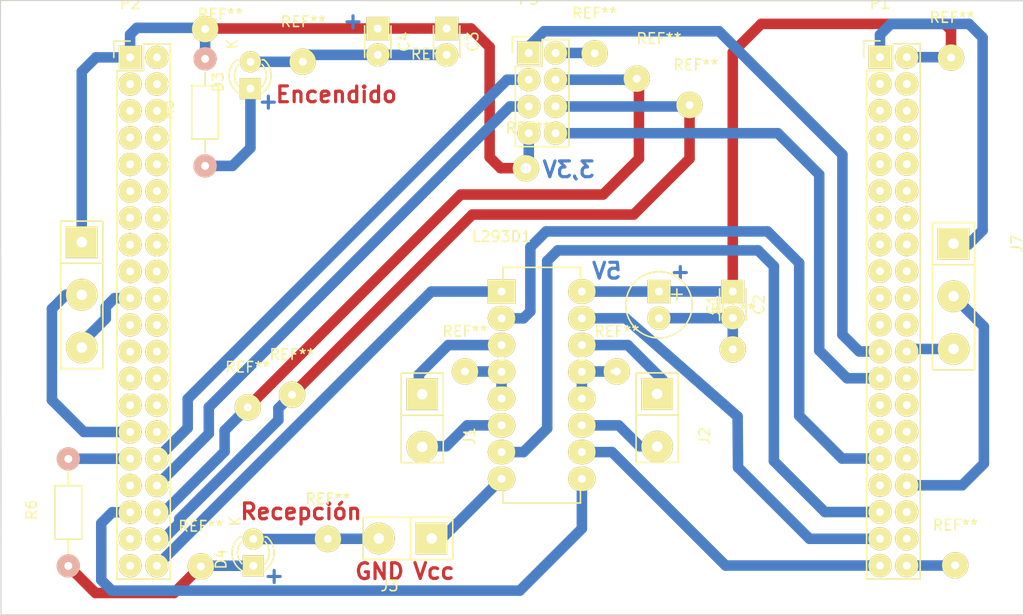
<source format=kicad_pcb>
(kicad_pcb (version 20171130) (host pcbnew "(5.1.12)-1")

  (general
    (thickness 1.6)
    (drawings 16)
    (tracks 193)
    (zones 0)
    (modules 34)
    (nets 60)
  )

  (page A4)
  (title_block
    (title "Poncho de control de motores por Wi-Fi")
    (date 2016-02-16)
    (rev 1.1)
    (company "UNLP - Cátedra de Taller de Proyecto 1 - Grupo 1: Ailán, Bouche, Hourquebie, Liotta")
    (comment 1 "Poncho para Computadora Industrial Abierta Argentina Versión Educativa EDU-CIAA-NXP")
    (comment 2 "Licencia: https://github.com/ciaa/Hardware/tree/master/Readme (LICENSE)")
  )

  (layers
    (0 F.Cu power)
    (31 B.Cu signal)
    (32 B.Adhes user hide)
    (33 F.Adhes user hide)
    (34 B.Paste user hide)
    (35 F.Paste user hide)
    (36 B.SilkS user hide)
    (37 F.SilkS user hide)
    (38 B.Mask user hide)
    (39 F.Mask user hide)
    (40 Dwgs.User user hide)
    (41 Cmts.User user hide)
    (42 Eco1.User user hide)
    (43 Eco2.User user hide)
    (44 Edge.Cuts user)
    (45 Margin user hide)
    (46 B.CrtYd user hide)
    (47 F.CrtYd user hide)
    (48 B.Fab user hide)
    (49 F.Fab user hide)
  )

  (setup
    (last_trace_width 1)
    (trace_clearance 0.25)
    (zone_clearance 0.508)
    (zone_45_only yes)
    (trace_min 0.2)
    (via_size 0.6)
    (via_drill 0.4)
    (via_min_size 0.5)
    (via_min_drill 0.3)
    (uvia_size 0.3)
    (uvia_drill 0.1)
    (uvias_allowed no)
    (uvia_min_size 0.2)
    (uvia_min_drill 0.1)
    (edge_width 0.1)
    (segment_width 0.2)
    (pcb_text_width 0.3)
    (pcb_text_size 1.5 1.5)
    (mod_edge_width 0.15)
    (mod_text_size 1 1)
    (mod_text_width 0.15)
    (pad_size 2.5 2.5)
    (pad_drill 0.75)
    (pad_to_mask_clearance 0)
    (aux_axis_origin 0 0)
    (visible_elements 7FFFFFFF)
    (pcbplotparams
      (layerselection 0x00000_80000000)
      (usegerberextensions false)
      (usegerberattributes true)
      (usegerberadvancedattributes true)
      (creategerberjobfile true)
      (excludeedgelayer true)
      (linewidth 0.100000)
      (plotframeref false)
      (viasonmask false)
      (mode 1)
      (useauxorigin false)
      (hpglpennumber 1)
      (hpglpenspeed 20)
      (hpglpendiameter 15.000000)
      (psnegative false)
      (psa4output false)
      (plotreference true)
      (plotvalue true)
      (plotinvisibletext false)
      (padsonsilk false)
      (subtractmaskfromsilk false)
      (outputformat 4)
      (mirror false)
      (drillshape 2)
      (scaleselection 1)
      (outputdirectory "/home/julian/Desktop/plot/"))
  )

  (net 0 "")
  (net 1 /GPIO1)
  (net 2 /TEC_COL1)
  (net 3 /ENG0_OUT0)
  (net 4 GND)
  (net 5 /ENG0_OUT1)
  (net 6 /TEC_F3)
  (net 7 /GPIO2)
  (net 8 /TEC_COL0)
  (net 9 /ENG1_OUT1)
  (net 10 /ENG1_OUT0)
  (net 11 /TEC_F2)
  (net 12 +5V)
  (net 13 +3V3)
  (net 14 /RESET)
  (net 15 /ISP)
  (net 16 /WAKEUP)
  (net 17 GNDA)
  (net 18 /ADC0_3)
  (net 19 /ADC0_2)
  (net 20 /ADC0_1)
  (net 21 /DAC)
  (net 22 /VDD_A)
  (net 23 /I2C_SDA)
  (net 24 /I2C_SCL)
  (net 25 /RS232_RXD)
  (net 26 /RS232_TXD)
  (net 27 /CAN_RD)
  (net 28 /CAN_TD)
  (net 29 /TEC_F0)
  (net 30 /TEC_COL2)
  (net 31 /TEC_F1)
  (net 32 /ENET_RXD1)
  (net 33 /ENET_TX_EN)
  (net 34 /ENET_MDC)
  (net 35 /ENET_RXD0)
  (net 36 /ENET_CRS_DV)
  (net 37 /ENET_MDIO)
  (net 38 /ENET_TXD0)
  (net 39 /ENET_REF_CLK)
  (net 40 /ENET_TXD1)
  (net 41 /SPI_MISO)
  (net 42 /SPI_SCK)
  (net 43 /SPI_MOSI)
  (net 44 /LCD4)
  (net 45 /LCD_EN)
  (net 46 /LCD_RS)
  (net 47 /LCD3)
  (net 48 /LCD2)
  (net 49 /GPIO0)
  (net 50 /LCD1)
  (net 51 /GPIO4)
  (net 52 /GPIO3)
  (net 53 /GPIO6)
  (net 54 /GPIO5)
  (net 55 /GPIO7)
  (net 56 /GPIO8)
  (net 57 /MOTOR_VCC)
  (net 58 "Net-(D3-Pad2)")
  (net 59 "Net-(D4-Pad2)")

  (net_class Default "This is the default net class."
    (clearance 0.25)
    (trace_width 1)
    (via_dia 0.6)
    (via_drill 0.4)
    (uvia_dia 0.3)
    (uvia_drill 0.1)
    (add_net +3V3)
    (add_net +5V)
    (add_net /ADC0_1)
    (add_net /ADC0_2)
    (add_net /ADC0_3)
    (add_net /CAN_RD)
    (add_net /CAN_TD)
    (add_net /DAC)
    (add_net /ENET_CRS_DV)
    (add_net /ENET_MDC)
    (add_net /ENET_MDIO)
    (add_net /ENET_REF_CLK)
    (add_net /ENET_RXD0)
    (add_net /ENET_RXD1)
    (add_net /ENET_TXD0)
    (add_net /ENET_TXD1)
    (add_net /ENET_TX_EN)
    (add_net /ENG0_OUT0)
    (add_net /ENG0_OUT1)
    (add_net /ENG1_OUT0)
    (add_net /ENG1_OUT1)
    (add_net /GPIO0)
    (add_net /GPIO1)
    (add_net /GPIO2)
    (add_net /GPIO3)
    (add_net /GPIO4)
    (add_net /GPIO5)
    (add_net /GPIO6)
    (add_net /GPIO7)
    (add_net /GPIO8)
    (add_net /I2C_SCL)
    (add_net /I2C_SDA)
    (add_net /ISP)
    (add_net /LCD1)
    (add_net /LCD2)
    (add_net /LCD3)
    (add_net /LCD4)
    (add_net /LCD_EN)
    (add_net /LCD_RS)
    (add_net /MOTOR_VCC)
    (add_net /RESET)
    (add_net /RS232_RXD)
    (add_net /RS232_TXD)
    (add_net /SPI_MISO)
    (add_net /SPI_MOSI)
    (add_net /SPI_SCK)
    (add_net /TEC_COL0)
    (add_net /TEC_COL1)
    (add_net /TEC_COL2)
    (add_net /TEC_F0)
    (add_net /TEC_F1)
    (add_net /TEC_F2)
    (add_net /TEC_F3)
    (add_net /VDD_A)
    (add_net /WAKEUP)
    (add_net GND)
    (add_net GNDA)
    (add_net "Net-(D3-Pad2)")
    (add_net "Net-(D4-Pad2)")
  )

  (module Capacitors_ThroughHole:C_Disc_D3_P2.5 (layer F.Cu) (tedit 5696D6FF) (tstamp 5696D6FB)
    (at 131.83 61.24 270)
    (descr "Capacitor 3mm Disc, Pitch 2.5mm")
    (tags Capacitor)
    (path /5696F87E)
    (fp_text reference C4 (at 1.25 -2.5 270) (layer F.SilkS)
      (effects (font (size 1 1) (thickness 0.15)))
    )
    (fp_text value C (at 1.25 2.5 270) (layer F.Fab)
      (effects (font (size 1 1) (thickness 0.15)))
    )
    (fp_line (start 2.75 1.25) (end -0.25 1.25) (layer F.SilkS) (width 0.15))
    (fp_line (start -0.25 -1.25) (end 2.75 -1.25) (layer F.SilkS) (width 0.15))
    (fp_line (start -0.9 1.5) (end -0.9 -1.5) (layer F.CrtYd) (width 0.05))
    (fp_line (start 3.4 1.5) (end -0.9 1.5) (layer F.CrtYd) (width 0.05))
    (fp_line (start 3.4 -1.5) (end 3.4 1.5) (layer F.CrtYd) (width 0.05))
    (fp_line (start -0.9 -1.5) (end 3.4 -1.5) (layer F.CrtYd) (width 0.05))
    (pad 1 thru_hole rect (at 0 0 270) (size 2.2 2.2) (drill 0.75) (layers *.Cu *.Mask F.SilkS)
      (net 13 +3V3))
    (pad 2 thru_hole circle (at 2.5 0 270) (size 2.2 2.2) (drill 0.75) (layers *.Cu *.Mask F.SilkS)
      (net 4 GND))
    (model Capacitors_ThroughHole.3dshapes/C_Disc_D3_P2.5.wrl
      (offset (xyz 1.25001018122673 0 0))
      (scale (xyz 1 1 1))
      (rotate (xyz 0 0 0))
    )
  )

  (module Housings_DIP:DIP-16_W7.62mm_LongPads (layer F.Cu) (tedit 565F8810) (tstamp 56132089)
    (at 143.568 86.21)
    (descr "16-lead dip package, row spacing 7.62 mm (300 mils), longer pads")
    (tags "dil dip 2.54 300")
    (path /560AA651)
    (fp_text reference L293D1 (at 0 -5.22) (layer F.SilkS)
      (effects (font (size 1 1) (thickness 0.15)))
    )
    (fp_text value L293D (at 0 -3.72) (layer F.Fab)
      (effects (font (size 1 1) (thickness 0.15)))
    )
    (fp_line (start 0.135 -1.025) (end -1.15 -1.025) (layer F.SilkS) (width 0.15))
    (fp_line (start 0.135 20.075) (end 7.485 20.075) (layer F.SilkS) (width 0.15))
    (fp_line (start 0.135 -2.295) (end 7.485 -2.295) (layer F.SilkS) (width 0.15))
    (fp_line (start 0.135 20.075) (end 0.135 18.805) (layer F.SilkS) (width 0.15))
    (fp_line (start 7.485 20.075) (end 7.485 18.805) (layer F.SilkS) (width 0.15))
    (fp_line (start 7.485 -2.295) (end 7.485 -1.025) (layer F.SilkS) (width 0.15))
    (fp_line (start 0.135 -2.295) (end 0.135 -1.025) (layer F.SilkS) (width 0.15))
    (fp_line (start -1.4 20.25) (end 9 20.25) (layer F.CrtYd) (width 0.05))
    (fp_line (start -1.4 -2.45) (end 9 -2.45) (layer F.CrtYd) (width 0.05))
    (fp_line (start 9 -2.45) (end 9 20.25) (layer F.CrtYd) (width 0.05))
    (fp_line (start -1.4 -2.45) (end -1.4 20.25) (layer F.CrtYd) (width 0.05))
    (pad 1 thru_hole rect (at 0 0) (size 2.6 2.3) (drill 0.75) (layers *.Cu *.Mask F.SilkS)
      (net 56 /GPIO8))
    (pad 2 thru_hole oval (at 0 2.54) (size 2.6 2.3) (drill 0.75) (layers *.Cu *.Mask F.SilkS)
      (net 2 /TEC_COL1))
    (pad 3 thru_hole oval (at 0 5.08) (size 2.6 2.3) (drill 0.75) (layers *.Cu *.Mask F.SilkS)
      (net 3 /ENG0_OUT0))
    (pad 4 thru_hole oval (at 0 7.62) (size 2.6 2.3) (drill 0.75) (layers *.Cu *.Mask F.SilkS)
      (net 4 GND))
    (pad 5 thru_hole oval (at 0 10.16) (size 2.6 2.3) (drill 0.75) (layers *.Cu *.Mask F.SilkS)
      (net 4 GND))
    (pad 6 thru_hole oval (at 0 12.7) (size 2.6 2.3) (drill 0.75) (layers *.Cu *.Mask F.SilkS)
      (net 5 /ENG0_OUT1))
    (pad 7 thru_hole oval (at 0 15.24) (size 2.6 2.3) (drill 0.75) (layers *.Cu *.Mask F.SilkS)
      (net 6 /TEC_F3))
    (pad 8 thru_hole oval (at 0 17.78) (size 2.6 2.3) (drill 0.75) (layers *.Cu *.Mask F.SilkS)
      (net 57 /MOTOR_VCC))
    (pad 9 thru_hole oval (at 7.62 17.78) (size 2.6 2.3) (drill 0.75) (layers *.Cu *.Mask F.SilkS)
      (net 53 /GPIO6))
    (pad 10 thru_hole oval (at 7.62 15.24) (size 2.6 2.3) (drill 0.75) (layers *.Cu *.Mask F.SilkS)
      (net 8 /TEC_COL0))
    (pad 11 thru_hole oval (at 7.62 12.7) (size 2.6 2.3) (drill 0.75) (layers *.Cu *.Mask F.SilkS)
      (net 9 /ENG1_OUT1))
    (pad 12 thru_hole oval (at 7.62 10.16) (size 2.6 2.3) (drill 0.75) (layers *.Cu *.Mask F.SilkS)
      (net 4 GND))
    (pad 13 thru_hole oval (at 7.62 7.62) (size 2.6 2.3) (drill 0.75) (layers *.Cu *.Mask F.SilkS)
      (net 4 GND))
    (pad 14 thru_hole oval (at 7.62 5.08) (size 2.6 2.3) (drill 0.75) (layers *.Cu *.Mask F.SilkS)
      (net 10 /ENG1_OUT0))
    (pad 15 thru_hole oval (at 7.62 2.54) (size 2.6 2.3) (drill 0.75) (layers *.Cu *.Mask F.SilkS)
      (net 11 /TEC_F2))
    (pad 16 thru_hole oval (at 7.62 0) (size 2.6 2.3) (drill 0.75) (layers *.Cu *.Mask F.SilkS)
      (net 12 +5V))
    (model Housings_DIP.3dshapes/DIP-16_W7.62mm_LongPads.wrl
      (at (xyz 0 0 0))
      (scale (xyz 1 1 1))
      (rotate (xyz 0 0 0))
    )
  )

  (module Pin_Headers:Pin_Header_Straight_2x20 (layer F.Cu) (tedit 565F8792) (tstamp 561320C1)
    (at 179.465 63.96)
    (descr "Through hole pin header")
    (tags "pin header")
    (path /5398AC24)
    (fp_text reference P1 (at 0 -5.1) (layer F.SilkS)
      (effects (font (size 1 1) (thickness 0.15)))
    )
    (fp_text value CONN_20X2 (at 0 -3.1) (layer F.Fab)
      (effects (font (size 1 1) (thickness 0.15)))
    )
    (fp_line (start -1.55 -1.55) (end -1.55 0) (layer F.SilkS) (width 0.15))
    (fp_line (start 1.27 1.27) (end -1.27 1.27) (layer F.SilkS) (width 0.15))
    (fp_line (start 1.27 -1.27) (end 1.27 1.27) (layer F.SilkS) (width 0.15))
    (fp_line (start 0 -1.55) (end -1.55 -1.55) (layer F.SilkS) (width 0.15))
    (fp_line (start 3.81 -1.27) (end 1.27 -1.27) (layer F.SilkS) (width 0.15))
    (fp_line (start 3.81 49.53) (end -1.27 49.53) (layer F.SilkS) (width 0.15))
    (fp_line (start -1.27 1.27) (end -1.27 49.53) (layer F.SilkS) (width 0.15))
    (fp_line (start 3.81 49.53) (end 3.81 -1.27) (layer F.SilkS) (width 0.15))
    (fp_line (start -1.75 50.05) (end 4.3 50.05) (layer F.CrtYd) (width 0.05))
    (fp_line (start -1.75 -1.75) (end 4.3 -1.75) (layer F.CrtYd) (width 0.05))
    (fp_line (start 4.3 -1.75) (end 4.3 50.05) (layer F.CrtYd) (width 0.05))
    (fp_line (start -1.75 -1.75) (end -1.75 50.05) (layer F.CrtYd) (width 0.05))
    (pad 1 thru_hole rect (at 0 0) (size 2.2 2.2) (drill 0.75) (layers *.Cu *.Mask F.SilkS)
      (net 13 +3V3))
    (pad 2 thru_hole circle (at 2.54 0) (size 2.2 2.2) (drill 0.75) (layers *.Cu *.Mask F.SilkS)
      (net 12 +5V))
    (pad 3 thru_hole circle (at 0 2.54) (size 2.2 2.2) (drill 0.75) (layers *.Cu *.Mask F.SilkS)
      (net 14 /RESET))
    (pad 4 thru_hole circle (at 2.54 2.54) (size 2.2 2.2) (drill 0.75) (layers *.Cu *.Mask F.SilkS)
      (net 4 GND))
    (pad 5 thru_hole circle (at 0 5.08) (size 2.2 2.2) (drill 0.75) (layers *.Cu *.Mask F.SilkS)
      (net 15 /ISP))
    (pad 6 thru_hole circle (at 2.54 5.08) (size 2.2 2.2) (drill 0.75) (layers *.Cu *.Mask F.SilkS)
      (net 16 /WAKEUP))
    (pad 7 thru_hole circle (at 0 7.62) (size 2.2 2.2) (drill 0.75) (layers *.Cu *.Mask F.SilkS)
      (net 17 GNDA))
    (pad 8 thru_hole circle (at 2.54 7.62) (size 2.2 2.2) (drill 0.75) (layers *.Cu *.Mask F.SilkS)
      (net 17 GNDA))
    (pad 9 thru_hole circle (at 0 10.16) (size 2.2 2.2) (drill 0.75) (layers *.Cu *.Mask F.SilkS)
      (net 18 /ADC0_3))
    (pad 10 thru_hole circle (at 2.54 10.16) (size 2.2 2.2) (drill 0.75) (layers *.Cu *.Mask F.SilkS)
      (net 17 GNDA))
    (pad 11 thru_hole circle (at 0 12.7) (size 2.2 2.2) (drill 0.75) (layers *.Cu *.Mask F.SilkS)
      (net 19 /ADC0_2))
    (pad 12 thru_hole circle (at 2.54 12.7) (size 2.2 2.2) (drill 0.75) (layers *.Cu *.Mask F.SilkS)
      (net 17 GNDA))
    (pad 13 thru_hole circle (at 0 15.24) (size 2.2 2.2) (drill 0.75) (layers *.Cu *.Mask F.SilkS)
      (net 20 /ADC0_1))
    (pad 14 thru_hole circle (at 2.54 15.24) (size 2.2 2.2) (drill 0.75) (layers *.Cu *.Mask F.SilkS)
      (net 17 GNDA))
    (pad 15 thru_hole circle (at 0 17.78) (size 2.2 2.2) (drill 0.75) (layers *.Cu *.Mask F.SilkS)
      (net 21 /DAC))
    (pad 16 thru_hole circle (at 2.54 17.78) (size 2.2 2.2) (drill 0.75) (layers *.Cu *.Mask F.SilkS)
      (net 17 GNDA))
    (pad 17 thru_hole circle (at 0 20.32) (size 2.2 2.2) (drill 0.75) (layers *.Cu *.Mask F.SilkS)
      (net 22 /VDD_A))
    (pad 18 thru_hole circle (at 2.54 20.32) (size 2.2 2.2) (drill 0.75) (layers *.Cu *.Mask F.SilkS)
      (net 17 GNDA))
    (pad 19 thru_hole circle (at 0 22.86) (size 2.2 2.2) (drill 0.75) (layers *.Cu *.Mask F.SilkS)
      (net 23 /I2C_SDA))
    (pad 20 thru_hole circle (at 2.54 22.86) (size 2.2 2.2) (drill 0.75) (layers *.Cu *.Mask F.SilkS)
      (net 4 GND))
    (pad 21 thru_hole circle (at 0 25.4) (size 2.2 2.2) (drill 0.75) (layers *.Cu *.Mask F.SilkS)
      (net 24 /I2C_SCL))
    (pad 22 thru_hole circle (at 2.54 25.4) (size 2.2 2.2) (drill 0.75) (layers *.Cu *.Mask F.SilkS)
      (net 4 GND))
    (pad 23 thru_hole circle (at 0 27.94) (size 2.2 2.2) (drill 0.75) (layers *.Cu *.Mask F.SilkS)
      (net 25 /RS232_RXD))
    (pad 24 thru_hole circle (at 2.54 27.94) (size 2.2 2.2) (drill 0.75) (layers *.Cu *.Mask F.SilkS)
      (net 4 GND))
    (pad 25 thru_hole circle (at 0 30.48) (size 2.2 2.2) (drill 0.75) (layers *.Cu *.Mask F.SilkS)
      (net 26 /RS232_TXD))
    (pad 26 thru_hole circle (at 2.54 30.48) (size 2.2 2.2) (drill 0.75) (layers *.Cu *.Mask F.SilkS)
      (net 4 GND))
    (pad 27 thru_hole circle (at 0 33.02) (size 2.2 2.2) (drill 0.75) (layers *.Cu *.Mask F.SilkS)
      (net 27 /CAN_RD))
    (pad 28 thru_hole circle (at 2.54 33.02) (size 2.2 2.2) (drill 0.75) (layers *.Cu *.Mask F.SilkS)
      (net 4 GND))
    (pad 29 thru_hole circle (at 0 35.56) (size 2.2 2.2) (drill 0.75) (layers *.Cu *.Mask F.SilkS)
      (net 28 /CAN_TD))
    (pad 30 thru_hole circle (at 2.54 35.56) (size 2.2 2.2) (drill 0.75) (layers *.Cu *.Mask F.SilkS)
      (net 4 GND))
    (pad 31 thru_hole circle (at 0 38.1) (size 2.2 2.2) (drill 0.75) (layers *.Cu *.Mask F.SilkS)
      (net 2 /TEC_COL1))
    (pad 32 thru_hole circle (at 2.54 38.1) (size 2.2 2.2) (drill 0.75) (layers *.Cu *.Mask F.SilkS)
      (net 4 GND))
    (pad 33 thru_hole circle (at 0 40.64) (size 2.2 2.2) (drill 0.75) (layers *.Cu *.Mask F.SilkS)
      (net 29 /TEC_F0))
    (pad 34 thru_hole circle (at 2.54 40.64) (size 2.2 2.2) (drill 0.75) (layers *.Cu *.Mask F.SilkS)
      (net 30 /TEC_COL2))
    (pad 35 thru_hole circle (at 0 43.18) (size 2.2 2.2) (drill 0.75) (layers *.Cu *.Mask F.SilkS)
      (net 6 /TEC_F3))
    (pad 36 thru_hole circle (at 2.54 43.18) (size 2.2 2.2) (drill 0.75) (layers *.Cu *.Mask F.SilkS)
      (net 31 /TEC_F1))
    (pad 37 thru_hole circle (at 0 45.72) (size 2.2 2.2) (drill 0.75) (layers *.Cu *.Mask F.SilkS)
      (net 11 /TEC_F2))
    (pad 38 thru_hole circle (at 2.54 45.72) (size 2.2 2.2) (drill 0.75) (layers *.Cu *.Mask F.SilkS)
      (net 4 GND))
    (pad 39 thru_hole circle (at 0 48.26) (size 2.2 2.2) (drill 0.75) (layers *.Cu *.Mask F.SilkS)
      (net 8 /TEC_COL0))
    (pad 40 thru_hole circle (at 2.54 48.26) (size 2.2 2.2) (drill 0.75) (layers *.Cu *.Mask F.SilkS)
      (net 4 GND))
    (model Pin_Headers.3dshapes/Pin_Header_Straight_2x20.wrl
      (offset (xyz 1.269999980926514 -24.12999963760376 0))
      (scale (xyz 1 1 1))
      (rotate (xyz 0 0 90))
    )
  )

  (module Pin_Headers:Pin_Header_Straight_2x20 (layer F.Cu) (tedit 565F87AA) (tstamp 561320F9)
    (at 108.337 63.98)
    (descr "Through hole pin header")
    (tags "pin header")
    (path /5398AC33)
    (fp_text reference P2 (at 0 -5.1) (layer F.SilkS)
      (effects (font (size 1 1) (thickness 0.15)))
    )
    (fp_text value CONN_20X2 (at 0 -3.1) (layer F.Fab)
      (effects (font (size 1 1) (thickness 0.15)))
    )
    (fp_line (start -1.55 -1.55) (end -1.55 0) (layer F.SilkS) (width 0.15))
    (fp_line (start 1.27 1.27) (end -1.27 1.27) (layer F.SilkS) (width 0.15))
    (fp_line (start 1.27 -1.27) (end 1.27 1.27) (layer F.SilkS) (width 0.15))
    (fp_line (start 0 -1.55) (end -1.55 -1.55) (layer F.SilkS) (width 0.15))
    (fp_line (start 3.81 -1.27) (end 1.27 -1.27) (layer F.SilkS) (width 0.15))
    (fp_line (start 3.81 49.53) (end -1.27 49.53) (layer F.SilkS) (width 0.15))
    (fp_line (start -1.27 1.27) (end -1.27 49.53) (layer F.SilkS) (width 0.15))
    (fp_line (start 3.81 49.53) (end 3.81 -1.27) (layer F.SilkS) (width 0.15))
    (fp_line (start -1.75 50.05) (end 4.3 50.05) (layer F.CrtYd) (width 0.05))
    (fp_line (start -1.75 -1.75) (end 4.3 -1.75) (layer F.CrtYd) (width 0.05))
    (fp_line (start 4.3 -1.75) (end 4.3 50.05) (layer F.CrtYd) (width 0.05))
    (fp_line (start -1.75 -1.75) (end -1.75 50.05) (layer F.CrtYd) (width 0.05))
    (pad 1 thru_hole rect (at 0 0) (size 2.2 2.2) (drill 0.75) (layers *.Cu *.Mask F.SilkS)
      (net 13 +3V3))
    (pad 2 thru_hole circle (at 2.54 0) (size 2.2 2.2) (drill 0.75) (layers *.Cu *.Mask F.SilkS)
      (net 12 +5V))
    (pad 3 thru_hole circle (at 0 2.54) (size 2.2 2.2) (drill 0.75) (layers *.Cu *.Mask F.SilkS)
      (net 4 GND))
    (pad 4 thru_hole circle (at 2.54 2.54) (size 2.2 2.2) (drill 0.75) (layers *.Cu *.Mask F.SilkS)
      (net 32 /ENET_RXD1))
    (pad 5 thru_hole circle (at 0 5.08) (size 2.2 2.2) (drill 0.75) (layers *.Cu *.Mask F.SilkS)
      (net 4 GND))
    (pad 6 thru_hole circle (at 2.54 5.08) (size 2.2 2.2) (drill 0.75) (layers *.Cu *.Mask F.SilkS)
      (net 33 /ENET_TX_EN))
    (pad 7 thru_hole circle (at 0 7.62) (size 2.2 2.2) (drill 0.75) (layers *.Cu *.Mask F.SilkS)
      (net 4 GND))
    (pad 8 thru_hole circle (at 2.54 7.62) (size 2.2 2.2) (drill 0.75) (layers *.Cu *.Mask F.SilkS)
      (net 34 /ENET_MDC))
    (pad 9 thru_hole circle (at 0 10.16) (size 2.2 2.2) (drill 0.75) (layers *.Cu *.Mask F.SilkS)
      (net 35 /ENET_RXD0))
    (pad 10 thru_hole circle (at 2.54 10.16) (size 2.2 2.2) (drill 0.75) (layers *.Cu *.Mask F.SilkS)
      (net 36 /ENET_CRS_DV))
    (pad 11 thru_hole circle (at 0 12.7) (size 2.2 2.2) (drill 0.75) (layers *.Cu *.Mask F.SilkS)
      (net 4 GND))
    (pad 12 thru_hole circle (at 2.54 12.7) (size 2.2 2.2) (drill 0.75) (layers *.Cu *.Mask F.SilkS)
      (net 37 /ENET_MDIO))
    (pad 13 thru_hole circle (at 0 15.24) (size 2.2 2.2) (drill 0.75) (layers *.Cu *.Mask F.SilkS)
      (net 4 GND))
    (pad 14 thru_hole circle (at 2.54 15.24) (size 2.2 2.2) (drill 0.75) (layers *.Cu *.Mask F.SilkS)
      (net 38 /ENET_TXD0))
    (pad 15 thru_hole circle (at 0 17.78) (size 2.2 2.2) (drill 0.75) (layers *.Cu *.Mask F.SilkS)
      (net 39 /ENET_REF_CLK))
    (pad 16 thru_hole circle (at 2.54 17.78) (size 2.2 2.2) (drill 0.75) (layers *.Cu *.Mask F.SilkS)
      (net 40 /ENET_TXD1))
    (pad 17 thru_hole circle (at 0 20.32) (size 2.2 2.2) (drill 0.75) (layers *.Cu *.Mask F.SilkS)
      (net 4 GND))
    (pad 18 thru_hole circle (at 2.521 20.32) (size 2.2 2.2) (drill 0.75) (layers *.Cu *.Mask F.SilkS)
      (net 41 /SPI_MISO))
    (pad 19 thru_hole circle (at 0 22.86) (size 2.2 2.2) (drill 0.75) (layers *.Cu *.Mask F.SilkS)
      (net 4 GND))
    (pad 20 thru_hole circle (at 2.538 22.92) (size 2.2 2.2) (drill 0.75) (layers *.Cu *.Mask F.SilkS)
      (net 42 /SPI_SCK))
    (pad 21 thru_hole circle (at 0 25.4) (size 2.2 2.2) (drill 0.75) (layers *.Cu *.Mask F.SilkS)
      (net 43 /SPI_MOSI))
    (pad 22 thru_hole circle (at 2.54 25.4) (size 2.2 2.2) (drill 0.75) (layers *.Cu *.Mask F.SilkS)
      (net 44 /LCD4))
    (pad 23 thru_hole circle (at 0 27.94) (size 2.2 2.2) (drill 0.75) (layers *.Cu *.Mask F.SilkS)
      (net 45 /LCD_EN))
    (pad 24 thru_hole circle (at 2.54 27.94) (size 2.2 2.2) (drill 0.75) (layers *.Cu *.Mask F.SilkS)
      (net 46 /LCD_RS))
    (pad 25 thru_hole circle (at 0 30.48) (size 2.2 2.2) (drill 0.75) (layers *.Cu *.Mask F.SilkS)
      (net 4 GND))
    (pad 26 thru_hole circle (at 2.54 30.48) (size 2.2 2.2) (drill 0.75) (layers *.Cu *.Mask F.SilkS)
      (net 47 /LCD3))
    (pad 27 thru_hole circle (at 0 33.02) (size 2.2 2.2) (drill 0.75) (layers *.Cu *.Mask F.SilkS)
      (net 4 GND))
    (pad 28 thru_hole circle (at 2.54 33.02) (size 2.2 2.2) (drill 0.75) (layers *.Cu *.Mask F.SilkS)
      (net 48 /LCD2))
    (pad 29 thru_hole circle (at 0 35.56) (size 2.2 2.2) (drill 0.75) (layers *.Cu *.Mask F.SilkS)
      (net 49 /GPIO0))
    (pad 30 thru_hole circle (at 2.54 35.56) (size 2.2 2.2) (drill 0.75) (layers *.Cu *.Mask F.SilkS)
      (net 50 /LCD1))
    (pad 31 thru_hole circle (at 0 38.1) (size 2.2 2.2) (drill 0.75) (layers *.Cu *.Mask F.SilkS)
      (net 7 /GPIO2))
    (pad 32 thru_hole circle (at 2.54 38.1) (size 2.2 2.2) (drill 0.75) (layers *.Cu *.Mask F.SilkS)
      (net 1 /GPIO1))
    (pad 33 thru_hole circle (at 0 40.64) (size 2.2 2.2) (drill 0.75) (layers *.Cu *.Mask F.SilkS)
      (net 51 /GPIO4))
    (pad 34 thru_hole circle (at 2.54 40.64) (size 2.2 2.2) (drill 0.75) (layers *.Cu *.Mask F.SilkS)
      (net 52 /GPIO3))
    (pad 35 thru_hole circle (at 0 43.18) (size 2.2 2.2) (drill 0.75) (layers *.Cu *.Mask F.SilkS)
      (net 53 /GPIO6))
    (pad 36 thru_hole circle (at 2.54 43.18) (size 2.2 2.2) (drill 0.75) (layers *.Cu *.Mask F.SilkS)
      (net 54 /GPIO5))
    (pad 37 thru_hole circle (at 0 45.72) (size 2.2 2.2) (drill 0.75) (layers *.Cu *.Mask F.SilkS)
      (net 4 GND))
    (pad 38 thru_hole circle (at 2.54 45.72) (size 2.2 2.2) (drill 0.75) (layers *.Cu *.Mask F.SilkS)
      (net 55 /GPIO7))
    (pad 39 thru_hole circle (at 0 48.26) (size 2.2 2.2) (drill 0.75) (layers *.Cu *.Mask F.SilkS)
      (net 4 GND))
    (pad 40 thru_hole circle (at 2.54 48.26) (size 2.2 2.2) (drill 0.75) (layers *.Cu *.Mask F.SilkS)
      (net 56 /GPIO8))
    (model Pin_Headers.3dshapes/Pin_Header_Straight_2x20.wrl
      (offset (xyz 1.269999980926514 -24.12999963760376 0))
      (scale (xyz 1 1 1))
      (rotate (xyz 0 0 90))
    )
  )

  (module Capacitors_Elko_ThroughHole:Elko_vert_11.2x6.3mm_RM2.5 (layer F.Cu) (tedit 565F8824) (tstamp 5616E83D)
    (at 158.5 86.2 270)
    (descr "Electrolytic Capacitor, vertical, diameter 6,3mm, RM 2,5mm, radial,")
    (tags "Electrolytic Capacitor, vertical, diameter 6,3mm, RM 2,5mm, Elko, Electrolytkondensator, Kondensator gepolt, Durchmesser 6,3mm, radial,")
    (path /5616E747)
    (fp_text reference C1 (at 1.27 -5.08 270) (layer F.SilkS)
      (effects (font (size 1 1) (thickness 0.15)))
    )
    (fp_text value CP (at 1.27 5.08 270) (layer F.Fab)
      (effects (font (size 1 1) (thickness 0.15)))
    )
    (fp_circle (center 1.27 0) (end 4.4196 0) (layer F.SilkS) (width 0.15))
    (fp_line (start 0.26924 -1.30048) (end 0.26924 -1.19888) (layer F.Cu) (width 0.15))
    (fp_line (start 0.26924 -1.69926) (end 0.26924 -1.30048) (layer F.Cu) (width 0.15))
    (fp_line (start -0.23114 -1.69926) (end 0.26924 -1.69926) (layer F.Cu) (width 0.15))
    (fp_line (start 0.26924 -1.69926) (end 0.26924 -2.19964) (layer F.Cu) (width 0.15))
    (fp_line (start 0.26924 -1.69926) (end 0.76962 -1.69926) (layer F.Cu) (width 0.15))
    (fp_line (start -0.23114 -1.69926) (end 0.76962 -1.69926) (layer F.SilkS) (width 0.15))
    (fp_line (start 0.26924 -2.19964) (end 0.26924 -1.19888) (layer F.SilkS) (width 0.15))
    (pad 2 thru_hole circle (at 2.54 0 270) (size 2.2 2.2) (drill 0.75) (layers *.Cu *.Mask F.SilkS)
      (net 4 GND))
    (pad 1 thru_hole rect (at 0 0 270) (size 2.2 2.2) (drill 0.75) (layers *.Cu *.Mask F.SilkS)
      (net 12 +5V))
    (model Capacitors_Elko_ThroughHole.3dshapes/Elko_vert_11.2x6.3mm_RM2.5.wrl
      (at (xyz 0 0 0))
      (scale (xyz 1 1 1))
      (rotate (xyz 0 0 0))
    )
  )

  (module Capacitors_ThroughHole:C_Disc_D3_P2.5 (layer F.Cu) (tedit 565F8835) (tstamp 5616E843)
    (at 165.5 86.2 270)
    (descr "Capacitor 3mm Disc, Pitch 2.5mm")
    (tags Capacitor)
    (path /5616E701)
    (fp_text reference C2 (at 1.25 -2.5 270) (layer F.SilkS)
      (effects (font (size 1 1) (thickness 0.15)))
    )
    (fp_text value C (at 1.25 2.5 270) (layer F.Fab)
      (effects (font (size 1 1) (thickness 0.15)))
    )
    (fp_line (start 2.75 1.25) (end -0.25 1.25) (layer F.SilkS) (width 0.15))
    (fp_line (start -0.25 -1.25) (end 2.75 -1.25) (layer F.SilkS) (width 0.15))
    (fp_line (start -0.9 1.5) (end -0.9 -1.5) (layer F.CrtYd) (width 0.05))
    (fp_line (start 3.4 1.5) (end -0.9 1.5) (layer F.CrtYd) (width 0.05))
    (fp_line (start 3.4 -1.5) (end 3.4 1.5) (layer F.CrtYd) (width 0.05))
    (fp_line (start -0.9 -1.5) (end 3.4 -1.5) (layer F.CrtYd) (width 0.05))
    (pad 1 thru_hole rect (at 0 0 270) (size 2.2 2.2) (drill 0.75) (layers *.Cu *.Mask F.SilkS)
      (net 12 +5V))
    (pad 2 thru_hole circle (at 2.5 0 270) (size 2.2 2.2) (drill 0.75) (layers *.Cu *.Mask F.SilkS)
      (net 4 GND))
    (model Capacitors_ThroughHole.3dshapes/C_Disc_D3_P2.5.wrl
      (offset (xyz 1.250000021226883 0 0))
      (scale (xyz 1 1 1))
      (rotate (xyz 0 0 0))
    )
  )

  (module Wire_Pads:SolderWirePad_single_1mmDrill (layer F.Cu) (tedit 56412953) (tstamp 56294285)
    (at 154.31 93.91)
    (fp_text reference REF** (at 0 -3.81) (layer F.SilkS) hide
      (effects (font (size 1 1) (thickness 0.15)))
    )
    (fp_text value SolderWirePad_single_1mmDrill (at -1.905 3.175) (layer F.Fab) hide
      (effects (font (size 1 1) (thickness 0.15)))
    )
  )

  (module Pin_Headers:Pin_Header_Straight_2x04 (layer F.Cu) (tedit 565F884C) (tstamp 565CE28F)
    (at 146.15 63.56)
    (descr "Through hole pin header")
    (tags "pin header")
    (path /5613172D)
    (fp_text reference P3 (at 0 -5.1) (layer F.SilkS)
      (effects (font (size 1 1) (thickness 0.15)))
    )
    (fp_text value ESP8266 (at 0 -3.1) (layer F.Fab)
      (effects (font (size 1 1) (thickness 0.15)))
    )
    (fp_line (start -1.55 -1.55) (end -1.55 0) (layer F.SilkS) (width 0.15))
    (fp_line (start 1.27 1.27) (end -1.27 1.27) (layer F.SilkS) (width 0.15))
    (fp_line (start 1.27 -1.27) (end 1.27 1.27) (layer F.SilkS) (width 0.15))
    (fp_line (start 0 -1.55) (end -1.55 -1.55) (layer F.SilkS) (width 0.15))
    (fp_line (start 3.81 -1.27) (end 1.27 -1.27) (layer F.SilkS) (width 0.15))
    (fp_line (start 3.81 8.89) (end 3.81 -1.27) (layer F.SilkS) (width 0.15))
    (fp_line (start -1.27 8.89) (end 3.81 8.89) (layer F.SilkS) (width 0.15))
    (fp_line (start -1.27 1.27) (end -1.27 8.89) (layer F.SilkS) (width 0.15))
    (fp_line (start -1.75 9.4) (end 4.3 9.4) (layer F.CrtYd) (width 0.05))
    (fp_line (start -1.75 -1.75) (end 4.3 -1.75) (layer F.CrtYd) (width 0.05))
    (fp_line (start 4.3 -1.75) (end 4.3 9.4) (layer F.CrtYd) (width 0.05))
    (fp_line (start -1.75 -1.75) (end -1.75 9.4) (layer F.CrtYd) (width 0.05))
    (pad 1 thru_hole rect (at 0 0) (size 2.2 2.2) (drill 0.75) (layers *.Cu *.Mask F.SilkS)
      (net 25 /RS232_RXD))
    (pad 2 thru_hole circle (at 0 2.54) (size 2.2 2.2) (drill 0.75) (layers *.Cu *.Mask F.SilkS)
      (net 1 /GPIO1))
    (pad 3 thru_hole circle (at 0 5.08) (size 2.2 2.2) (drill 0.75) (layers *.Cu *.Mask F.SilkS)
      (net 52 /GPIO3))
    (pad 4 thru_hole circle (at 0 7.62) (size 2.2 2.2) (drill 0.75) (layers *.Cu *.Mask F.SilkS)
      (net 13 +3V3))
    (pad 5 thru_hole circle (at 2.54 7.62) (size 2.2 2.2) (drill 0.75) (layers *.Cu *.Mask F.SilkS)
      (net 26 /RS232_TXD))
    (pad 6 thru_hole circle (at 2.54 5.08) (size 2.2 2.2) (drill 0.75) (layers *.Cu *.Mask F.SilkS)
      (net 55 /GPIO7))
    (pad 7 thru_hole circle (at 2.54 2.54) (size 2.2 2.2) (drill 0.75) (layers *.Cu *.Mask F.SilkS)
      (net 54 /GPIO5))
    (pad 8 thru_hole circle (at 2.54 0) (size 2.2 2.2) (drill 0.75) (layers *.Cu *.Mask F.SilkS)
      (net 4 GND))
    (model Pin_Headers.3dshapes/Pin_Header_Straight_2x04.wrl
      (offset (xyz 1.269999980926514 -3.809999942779541 0))
      (scale (xyz 1 1 1))
      (rotate (xyz 0 0 90))
    )
  )

  (module Wire_Pads:SolderWirePad_single_1mmDrill (layer F.Cu) (tedit 5682A367) (tstamp 565F8442)
    (at 162 68.5)
    (fp_text reference REF** (at 0 -3.81) (layer F.SilkS)
      (effects (font (size 1 1) (thickness 0.15)))
    )
    (fp_text value SolderWirePad_single_1mmDrill (at -1.905 3.175) (layer F.Fab) hide
      (effects (font (size 1 1) (thickness 0.15)))
    )
    (pad 1 thru_hole circle (at -0.6 0) (size 2.49936 2.49936) (drill 0.75) (layers *.Cu *.Mask F.SilkS))
  )

  (module Wire_Pads:SolderWirePad_single_1mmDrill (layer F.Cu) (tedit 5682A2BE) (tstamp 565F844F)
    (at 158.5 66)
    (fp_text reference REF** (at 0 -3.81) (layer F.SilkS)
      (effects (font (size 1 1) (thickness 0.15)))
    )
    (fp_text value SolderWirePad_single_1mmDrill (at -1.905 3.175) (layer F.Fab) hide
      (effects (font (size 1 1) (thickness 0.15)))
    )
    (pad 1 thru_hole circle (at -2.1 0) (size 2.49936 2.49936) (drill 0.75) (layers *.Cu *.Mask F.SilkS))
  )

  (module Wire_Pads:SolderWirePad_single_1mmDrill (layer F.Cu) (tedit 565F8BE4) (tstamp 565F84C6)
    (at 152.4 63.6)
    (fp_text reference REF** (at 0 -3.81) (layer F.SilkS)
      (effects (font (size 1 1) (thickness 0.15)))
    )
    (fp_text value SolderWirePad_single_1mmDrill (at -1.905 3.175) (layer F.Fab) hide
      (effects (font (size 1 1) (thickness 0.15)))
    )
    (pad 1 thru_hole circle (at 0 0) (size 2.49936 2.49936) (drill 0.75) (layers *.Cu *.Mask F.SilkS)
      (net 4 GND))
  )

  (module Wire_Pads:SolderWirePad_single_1mmDrill (layer F.Cu) (tedit 565F8BD9) (tstamp 565F8518)
    (at 165.5 91.7)
    (fp_text reference REF** (at 0 -3.81) (layer F.SilkS)
      (effects (font (size 1 1) (thickness 0.15)))
    )
    (fp_text value SolderWirePad_single_1mmDrill (at -1.905 3.175) (layer F.Fab) hide
      (effects (font (size 1 1) (thickness 0.15)))
    )
    (pad 1 thru_hole circle (at 0 0) (size 2.49936 2.49936) (drill 0.75) (layers *.Cu *.Mask F.SilkS)
      (net 4 GND))
  )

  (module Wire_Pads:SolderWirePad_single_1mmDrill (layer F.Cu) (tedit 565F8BF7) (tstamp 565F8547)
    (at 154.5 93.8)
    (fp_text reference REF** (at 0 -3.81) (layer F.SilkS)
      (effects (font (size 1 1) (thickness 0.15)))
    )
    (fp_text value SolderWirePad_single_1mmDrill (at -1.905 3.175) (layer F.Fab) hide
      (effects (font (size 1 1) (thickness 0.15)))
    )
    (pad 1 thru_hole circle (at 0 0) (size 2.49936 2.49936) (drill 0.75) (layers *.Cu *.Mask F.SilkS)
      (net 4 GND))
  )

  (module Wire_Pads:SolderWirePad_single_1mmDrill (layer F.Cu) (tedit 565F8BF1) (tstamp 565F855F)
    (at 140.1 93.8)
    (fp_text reference REF** (at 0 -3.81) (layer F.SilkS)
      (effects (font (size 1 1) (thickness 0.15)))
    )
    (fp_text value SolderWirePad_single_1mmDrill (at -1.905 3.175) (layer F.Fab) hide
      (effects (font (size 1 1) (thickness 0.15)))
    )
    (pad 1 thru_hole circle (at 0 0) (size 2.49936 2.49936) (drill 0.75) (layers *.Cu *.Mask F.SilkS)
      (net 4 GND))
  )

  (module Wire_Pads:SolderWirePad_single_1mmDrill (layer F.Cu) (tedit 565F8BFE) (tstamp 565F857B)
    (at 127.1 109.7)
    (fp_text reference REF** (at 0 -3.81) (layer F.SilkS)
      (effects (font (size 1 1) (thickness 0.15)))
    )
    (fp_text value SolderWirePad_single_1mmDrill (at -1.905 3.175) (layer F.Fab) hide
      (effects (font (size 1 1) (thickness 0.15)))
    )
    (pad 1 thru_hole circle (at 0 0) (size 2.49936 2.49936) (drill 0.75) (layers *.Cu *.Mask F.SilkS)
      (net 4 GND))
  )

  (module Wire_Pads:SolderWirePad_single_1mmDrill (layer F.Cu) (tedit 565F8BC9) (tstamp 565F8591)
    (at 186.6 112.2)
    (fp_text reference REF** (at 0 -3.81) (layer F.SilkS)
      (effects (font (size 1 1) (thickness 0.15)))
    )
    (fp_text value SolderWirePad_single_1mmDrill (at -1.905 3.175) (layer F.Fab) hide
      (effects (font (size 1 1) (thickness 0.15)))
    )
    (pad 1 thru_hole circle (at 0 0) (size 2.49936 2.49936) (drill 0.75) (layers *.Cu *.Mask F.SilkS)
      (net 4 GND))
  )

  (module Wire_Pads:SolderWirePad_single_1mmDrill (layer F.Cu) (tedit 5696D5CF) (tstamp 565FB760)
    (at 146.1 74.5)
    (fp_text reference REF** (at 0 -3.81) (layer F.SilkS)
      (effects (font (size 1 1) (thickness 0.15)))
    )
    (fp_text value SolderWirePad_single_1mmDrill (at -1.905 3.175) (layer F.Fab) hide
      (effects (font (size 1 1) (thickness 0.15)))
    )
    (pad 1 thru_hole circle (at -0.22 0.01) (size 2.49936 2.49936) (drill 1.00076) (layers *.Cu *.Mask F.SilkS))
  )

  (module Wire_Pads:SolderWirePad_single_1mmDrill (layer F.Cu) (tedit 5696D743) (tstamp 5682A09E)
    (at 116.9 63.7)
    (fp_text reference REF** (at 0 -3.81) (layer F.SilkS)
      (effects (font (size 1 1) (thickness 0.15)))
    )
    (fp_text value SolderWirePad_single_1mmDrill (at -1.905 3.175) (layer F.Fab) hide
      (effects (font (size 1 1) (thickness 0.15)))
    )
    (pad 1 thru_hole circle (at -1.45 -2.41) (size 2.49936 2.49936) (drill 0.75) (layers *.Cu *.Mask F.SilkS))
  )

  (module Wire_Pads:SolderWirePad_single_1mmDrill (layer F.Cu) (tedit 5682A4FE) (tstamp 5682A19D)
    (at 186.3 64)
    (fp_text reference REF** (at 0 -3.81) (layer F.SilkS)
      (effects (font (size 1 1) (thickness 0.15)))
    )
    (fp_text value SolderWirePad_single_1mmDrill (at -1.905 3.175) (layer F.Fab) hide
      (effects (font (size 1 1) (thickness 0.15)))
    )
    (pad 1 thru_hole circle (at -0.1 0) (size 2.49936 2.49936) (drill 0.75) (layers *.Cu *.Mask F.SilkS))
  )

  (module Wire_Pads:SolderWirePad_single_1mmDrill (layer F.Cu) (tedit 5682A2E4) (tstamp 5682A2CA)
    (at 119.5 97.2)
    (fp_text reference REF** (at 0 -3.81) (layer F.SilkS)
      (effects (font (size 1 1) (thickness 0.15)))
    )
    (fp_text value SolderWirePad_single_1mmDrill (at -1.905 3.175) (layer F.Fab) hide
      (effects (font (size 1 1) (thickness 0.15)))
    )
    (pad 1 thru_hole circle (at 0 0) (size 2.49936 2.49936) (drill 0.75) (layers *.Cu *.Mask F.SilkS))
  )

  (module Wire_Pads:SolderWirePad_single_1mmDrill (layer F.Cu) (tedit 5682A38E) (tstamp 5682A371)
    (at 123.7 96)
    (fp_text reference REF** (at 0 -3.81) (layer F.SilkS)
      (effects (font (size 1 1) (thickness 0.15)))
    )
    (fp_text value SolderWirePad_single_1mmDrill (at -1.905 3.175) (layer F.Fab) hide
      (effects (font (size 1 1) (thickness 0.15)))
    )
    (pad 1 thru_hole circle (at 0 0) (size 2.49936 2.49936) (drill 0.75) (layers *.Cu *.Mask F.SilkS))
  )

  (module Resistors_ThroughHole:Resistor_Horizontal_RM10mm (layer F.Cu) (tedit 5682AF85) (tstamp 5682A7DB)
    (at 115.45 69.2 90)
    (descr "Resistor, Axial,  RM 10mm, 1/3W,")
    (tags "Resistor, Axial, RM 10mm, 1/3W,")
    (path /5682A717)
    (fp_text reference R5 (at 0.24892 -3.50012 90) (layer F.SilkS)
      (effects (font (size 1 1) (thickness 0.15)))
    )
    (fp_text value R (at 3.81 3.81 90) (layer F.Fab)
      (effects (font (size 1 1) (thickness 0.15)))
    )
    (fp_line (start 2.54 0) (end 3.81 0) (layer F.SilkS) (width 0.15))
    (fp_line (start -2.54 0) (end -3.81 0) (layer F.SilkS) (width 0.15))
    (fp_line (start -2.54 1.27) (end -2.54 -1.27) (layer F.SilkS) (width 0.15))
    (fp_line (start 2.54 1.27) (end -2.54 1.27) (layer F.SilkS) (width 0.15))
    (fp_line (start 2.54 -1.27) (end 2.54 1.27) (layer F.SilkS) (width 0.15))
    (fp_line (start -2.54 -1.27) (end 2.54 -1.27) (layer F.SilkS) (width 0.15))
    (pad 1 thru_hole circle (at -5.08 0 90) (size 2.2 2.2) (drill 0.75) (layers *.Cu *.SilkS *.Mask)
      (net 58 "Net-(D3-Pad2)"))
    (pad 2 thru_hole circle (at 5.08 0 90) (size 2.2 2.2) (drill 0.75) (layers *.Cu *.SilkS *.Mask)
      (net 13 +3V3))
    (model Resistors_ThroughHole.3dshapes/Resistor_Horizontal_RM10mm.wrl
      (at (xyz 0 0 0))
      (scale (xyz 0.4 0.4 0.4))
      (rotate (xyz 0 0 0))
    )
  )

  (module Resistors_ThroughHole:Resistor_Horizontal_RM10mm (layer F.Cu) (tedit 5682AFA5) (tstamp 5682A7E7)
    (at 102.475 107.175 90)
    (descr "Resistor, Axial,  RM 10mm, 1/3W,")
    (tags "Resistor, Axial, RM 10mm, 1/3W,")
    (path /5682A782)
    (fp_text reference R6 (at 0.24892 -3.50012 90) (layer F.SilkS)
      (effects (font (size 1 1) (thickness 0.15)))
    )
    (fp_text value R (at 3.81 3.81 90) (layer F.Fab)
      (effects (font (size 1 1) (thickness 0.15)))
    )
    (fp_line (start 2.54 0) (end 3.81 0) (layer F.SilkS) (width 0.15))
    (fp_line (start -2.54 0) (end -3.81 0) (layer F.SilkS) (width 0.15))
    (fp_line (start -2.54 1.27) (end -2.54 -1.27) (layer F.SilkS) (width 0.15))
    (fp_line (start 2.54 1.27) (end -2.54 1.27) (layer F.SilkS) (width 0.15))
    (fp_line (start 2.54 -1.27) (end 2.54 1.27) (layer F.SilkS) (width 0.15))
    (fp_line (start -2.54 -1.27) (end 2.54 -1.27) (layer F.SilkS) (width 0.15))
    (pad 1 thru_hole circle (at -5.08 0 90) (size 2.2 2.2) (drill 0.75) (layers *.Cu *.SilkS *.Mask)
      (net 59 "Net-(D4-Pad2)"))
    (pad 2 thru_hole circle (at 5.08 0 90) (size 2.2 2.2) (drill 0.75) (layers *.Cu *.SilkS *.Mask)
      (net 7 /GPIO2))
    (model Resistors_ThroughHole.3dshapes/Resistor_Horizontal_RM10mm.wrl
      (at (xyz 0 0 0))
      (scale (xyz 0.4 0.4 0.4))
      (rotate (xyz 0 0 0))
    )
  )

  (module LEDs:LED-3MM (layer F.Cu) (tedit 5682B04B) (tstamp 5682A89F)
    (at 119.75 64.4 270)
    (descr "LED 3mm round vertical")
    (tags "LED  3mm round vertical")
    (path /5682B8F2)
    (fp_text reference D3 (at 1.91 3.06 270) (layer F.SilkS)
      (effects (font (size 1 1) (thickness 0.15)))
    )
    (fp_text value LED (at 1.3 -2.9 270) (layer F.Fab)
      (effects (font (size 1 1) (thickness 0.15)))
    )
    (fp_line (start -0.199 -1.28) (end -0.199 -1.1) (layer F.SilkS) (width 0.15))
    (fp_line (start -0.199 1.314) (end -0.199 1.114) (layer F.SilkS) (width 0.15))
    (fp_line (start -1.2 -2.2) (end -1.2 2.3) (layer F.CrtYd) (width 0.05))
    (fp_line (start 3.8 -2.2) (end -1.2 -2.2) (layer F.CrtYd) (width 0.05))
    (fp_line (start 3.8 2.3) (end 3.8 -2.2) (layer F.CrtYd) (width 0.05))
    (fp_line (start -1.2 2.3) (end 3.8 2.3) (layer F.CrtYd) (width 0.05))
    (fp_arc (start 1.301 0.034) (end -0.199 -1.286) (angle 108.5) (layer F.SilkS) (width 0.15))
    (fp_arc (start 1.301 0.034) (end 0.25 -1.1) (angle 85.7) (layer F.SilkS) (width 0.15))
    (fp_arc (start 1.311 0.034) (end 3.051 0.994) (angle 110) (layer F.SilkS) (width 0.15))
    (fp_arc (start 1.301 0.034) (end 2.335 1.094) (angle 87.5) (layer F.SilkS) (width 0.15))
    (fp_text user K (at -1.69 1.74 270) (layer F.SilkS)
      (effects (font (size 1 1) (thickness 0.15)))
    )
    (pad 1 thru_hole circle (at 0 0) (size 2 2) (drill 0.75) (layers *.Cu *.Mask F.SilkS)
      (net 4 GND))
    (pad 2 thru_hole rect (at 2.54 0 270) (size 2 2) (drill 0.75) (layers *.Cu *.Mask F.SilkS)
      (net 58 "Net-(D3-Pad2)"))
    (model LEDs.3dshapes/LED-3MM.wrl
      (offset (xyz 1.269999980926514 0 0))
      (scale (xyz 1 1 1))
      (rotate (xyz 0 0 90))
    )
  )

  (module LEDs:LED-3MM (layer F.Cu) (tedit 5682B033) (tstamp 5682A8B0)
    (at 120.025 109.7 270)
    (descr "LED 3mm round vertical")
    (tags "LED  3mm round vertical")
    (path /5682B961)
    (fp_text reference D4 (at 1.91 3.06 270) (layer F.SilkS)
      (effects (font (size 1 1) (thickness 0.15)))
    )
    (fp_text value LED (at 1.3 -2.9 270) (layer F.Fab)
      (effects (font (size 1 1) (thickness 0.15)))
    )
    (fp_line (start -0.199 -1.28) (end -0.199 -1.1) (layer F.SilkS) (width 0.15))
    (fp_line (start -0.199 1.314) (end -0.199 1.114) (layer F.SilkS) (width 0.15))
    (fp_line (start -1.2 -2.2) (end -1.2 2.3) (layer F.CrtYd) (width 0.05))
    (fp_line (start 3.8 -2.2) (end -1.2 -2.2) (layer F.CrtYd) (width 0.05))
    (fp_line (start 3.8 2.3) (end 3.8 -2.2) (layer F.CrtYd) (width 0.05))
    (fp_line (start -1.2 2.3) (end 3.8 2.3) (layer F.CrtYd) (width 0.05))
    (fp_arc (start 1.301 0.034) (end -0.199 -1.286) (angle 108.5) (layer F.SilkS) (width 0.15))
    (fp_arc (start 1.301 0.034) (end 0.25 -1.1) (angle 85.7) (layer F.SilkS) (width 0.15))
    (fp_arc (start 1.311 0.034) (end 3.051 0.994) (angle 110) (layer F.SilkS) (width 0.15))
    (fp_arc (start 1.301 0.034) (end 2.335 1.094) (angle 87.5) (layer F.SilkS) (width 0.15))
    (fp_text user K (at -1.69 1.74 270) (layer F.SilkS)
      (effects (font (size 1 1) (thickness 0.15)))
    )
    (pad 1 thru_hole circle (at 0 0) (size 2 2) (drill 0.75) (layers *.Cu *.Mask F.SilkS)
      (net 4 GND))
    (pad 2 thru_hole rect (at 2.54 0 270) (size 2 2) (drill 0.75) (layers *.Cu *.Mask F.SilkS)
      (net 59 "Net-(D4-Pad2)"))
    (model LEDs.3dshapes/LED-3MM.wrl
      (offset (xyz 1.269999980926514 0 0))
      (scale (xyz 1 1 1))
      (rotate (xyz 0 0 90))
    )
  )

  (module Wire_Pads:SolderWirePad_single_1mmDrill (layer F.Cu) (tedit 5696D858) (tstamp 5682AA67)
    (at 124.75 64.4)
    (fp_text reference REF** (at 0 -3.81) (layer F.SilkS)
      (effects (font (size 1 1) (thickness 0.15)))
    )
    (fp_text value SolderWirePad_single_1mmDrill (at -1.905 3.175) (layer F.Fab) hide
      (effects (font (size 1 1) (thickness 0.15)))
    )
    (pad 1 thru_hole circle (at -0.04 0) (size 2.49936 2.49936) (drill 0.75) (layers *.Cu *.Mask F.SilkS))
  )

  (module Wire_Pads:SolderWirePad_single_1mmDrill (layer F.Cu) (tedit 5682B0D3) (tstamp 5682B0BF)
    (at 115.05 112.3)
    (fp_text reference REF** (at 0 -3.81) (layer F.SilkS)
      (effects (font (size 1 1) (thickness 0.15)))
    )
    (fp_text value SolderWirePad_single_1mmDrill (at -1.905 3.175) (layer F.Fab) hide
      (effects (font (size 1 1) (thickness 0.15)))
    )
    (pad 1 thru_hole circle (at 0 0) (size 2.49936 2.49936) (drill 0.75) (layers *.Cu *.Mask F.SilkS))
  )

  (module poncho_educiaa:bornera1x3 (layer F.Cu) (tedit 5682FB4C) (tstamp 568300AF)
    (at 103.75 81.52 270)
    (path /5644FC7D)
    (fp_text reference J6 (at -1.51 45.61 270) (layer F.SilkS)
      (effects (font (size 1 1) (thickness 0.15)))
    )
    (fp_text value TB_1X3 (at -0.68 49.52 270) (layer F.Fab)
      (effects (font (size 1 1) (thickness 0.15)))
    )
    (fp_line (start -2 -2) (end -2 2) (layer F.SilkS) (width 0.15))
    (fp_line (start 12 -2) (end -2 -2) (layer F.SilkS) (width 0.15))
    (fp_line (start 12 2) (end 12 -2) (layer F.SilkS) (width 0.15))
    (fp_line (start -2 2) (end 12 2) (layer F.SilkS) (width 0.15))
    (fp_line (start 2 -2) (end 2 2) (layer F.SilkS) (width 0.15))
    (pad 1 thru_hole rect (at 0 0 270) (size 3 3) (drill 1) (layers *.Cu *.Mask F.SilkS)
      (net 13 +3V3))
    (pad 2 thru_hole circle (at 5 0 270) (size 3 3) (drill 1) (layers *.Cu *.Mask F.SilkS)
      (net 49 /GPIO0))
    (pad 3 thru_hole circle (at 10 0 270) (size 3 3) (drill 1) (layers *.Cu *.Mask F.SilkS)
      (net 4 GND))
  )

  (module poncho_educiaa:bornera1x2 (layer F.Cu) (tedit 5682FBCF) (tstamp 56830235)
    (at 136.94 109.65 180)
    (path /56176549)
    (fp_text reference J3 (at 4 -4.5 180) (layer F.SilkS)
      (effects (font (size 1 1) (thickness 0.15)))
    )
    (fp_text value TB_1X2 (at 4 -5.5 180) (layer F.Fab)
      (effects (font (size 1 1) (thickness 0.15)))
    )
    (fp_line (start -2 -2) (end -2 2) (layer F.SilkS) (width 0.15))
    (fp_line (start 6.5 -2) (end -2 -2) (layer F.SilkS) (width 0.15))
    (fp_line (start 6.5 2) (end 6.5 -2) (layer F.SilkS) (width 0.15))
    (fp_line (start -2 2) (end 6.5 2) (layer F.SilkS) (width 0.15))
    (fp_line (start 2 -2) (end 2 2) (layer F.SilkS) (width 0.15))
    (pad 1 thru_hole rect (at 0 0 180) (size 3 3) (drill 1) (layers *.Cu *.Mask F.SilkS)
      (net 57 /MOTOR_VCC))
    (pad 2 thru_hole circle (at 5 0 180) (size 3 3) (drill 1) (layers *.Cu *.Mask F.SilkS)
      (net 4 GND))
  )

  (module poncho_educiaa:bornera1x3 (layer F.Cu) (tedit 56830DCA) (tstamp 56830D06)
    (at 186.44 81.66 270)
    (path /5644FCFD)
    (fp_text reference J7 (at 0 -6 270) (layer F.SilkS)
      (effects (font (size 1 1) (thickness 0.15)))
    )
    (fp_text value TB_1X3 (at 0 -7 270) (layer F.Fab)
      (effects (font (size 1 1) (thickness 0.15)))
    )
    (fp_line (start -2 -2) (end -2 2) (layer F.SilkS) (width 0.15))
    (fp_line (start 12 -2) (end -2 -2) (layer F.SilkS) (width 0.15))
    (fp_line (start 12 2) (end 12 -2) (layer F.SilkS) (width 0.15))
    (fp_line (start -2 2) (end 12 2) (layer F.SilkS) (width 0.15))
    (fp_line (start 2 -2) (end 2 2) (layer F.SilkS) (width 0.15))
    (pad 1 thru_hole rect (at 0 0 270) (size 3 3) (drill 1) (layers *.Cu *.Mask F.SilkS)
      (net 13 +3V3))
    (pad 2 thru_hole circle (at 5 0 270) (size 3 3) (drill 1) (layers *.Cu *.Mask F.SilkS)
      (net 30 /TEC_COL2))
    (pad 3 thru_hole circle (at 10 0 270) (size 3 3) (drill 1) (layers *.Cu *.Mask F.SilkS)
      (net 4 GND))
  )

  (module poncho_educiaa:bornera1x2 (layer F.Cu) (tedit 56830D8D) (tstamp 56830E28)
    (at 136.04 95.95 270)
    (path /56175CA0)
    (fp_text reference J1 (at 4 -4.5 270) (layer F.SilkS)
      (effects (font (size 1 1) (thickness 0.15)))
    )
    (fp_text value TB_1X2 (at 4 -5.5 270) (layer F.Fab)
      (effects (font (size 1 1) (thickness 0.15)))
    )
    (fp_line (start -2 -2) (end -2 2) (layer F.SilkS) (width 0.15))
    (fp_line (start 6.5 -2) (end -2 -2) (layer F.SilkS) (width 0.15))
    (fp_line (start 6.5 2) (end 6.5 -2) (layer F.SilkS) (width 0.15))
    (fp_line (start -2 2) (end 6.5 2) (layer F.SilkS) (width 0.15))
    (fp_line (start 2 -2) (end 2 2) (layer F.SilkS) (width 0.15))
    (pad 1 thru_hole rect (at 0 0 270) (size 3 3) (drill 1) (layers *.Cu *.Mask F.SilkS)
      (net 3 /ENG0_OUT0))
    (pad 2 thru_hole circle (at 5 0 270) (size 3 3) (drill 1) (layers *.Cu *.Mask F.SilkS)
      (net 5 /ENG0_OUT1))
  )

  (module poncho_educiaa:bornera1x2 (layer F.Cu) (tedit 56830D9A) (tstamp 56830F2C)
    (at 158.33 95.93 270)
    (path /56175F83)
    (fp_text reference J2 (at 4 -4.5 270) (layer F.SilkS)
      (effects (font (size 1 1) (thickness 0.15)))
    )
    (fp_text value TB_1X2 (at 4 -5.5 270) (layer F.Fab)
      (effects (font (size 1 1) (thickness 0.15)))
    )
    (fp_line (start -2 -2) (end -2 2) (layer F.SilkS) (width 0.15))
    (fp_line (start 6.5 -2) (end -2 -2) (layer F.SilkS) (width 0.15))
    (fp_line (start 6.5 2) (end 6.5 -2) (layer F.SilkS) (width 0.15))
    (fp_line (start -2 2) (end 6.5 2) (layer F.SilkS) (width 0.15))
    (fp_line (start 2 -2) (end 2 2) (layer F.SilkS) (width 0.15))
    (pad 1 thru_hole rect (at 0 0 270) (size 3 3) (drill 1) (layers *.Cu *.Mask F.SilkS)
      (net 10 /ENG1_OUT0))
    (pad 2 thru_hole circle (at 5 0 270) (size 3 3) (drill 1) (layers *.Cu *.Mask F.SilkS)
      (net 9 /ENG1_OUT1))
  )

  (module Capacitors_ThroughHole:C_Disc_D3_P2.5 (layer F.Cu) (tedit 5696D5A2) (tstamp 5696D489)
    (at 138.36 61.24 270)
    (descr "Capacitor 3mm Disc, Pitch 2.5mm")
    (tags Capacitor)
    (path /5696F87E)
    (fp_text reference C3 (at 1.25 -2.5 270) (layer F.SilkS)
      (effects (font (size 1 1) (thickness 0.15)))
    )
    (fp_text value C (at 1.25 2.5 270) (layer F.Fab)
      (effects (font (size 1 1) (thickness 0.15)))
    )
    (fp_line (start 2.75 1.25) (end -0.25 1.25) (layer F.SilkS) (width 0.15))
    (fp_line (start -0.25 -1.25) (end 2.75 -1.25) (layer F.SilkS) (width 0.15))
    (fp_line (start -0.9 1.5) (end -0.9 -1.5) (layer F.CrtYd) (width 0.05))
    (fp_line (start 3.4 1.5) (end -0.9 1.5) (layer F.CrtYd) (width 0.05))
    (fp_line (start 3.4 -1.5) (end 3.4 1.5) (layer F.CrtYd) (width 0.05))
    (fp_line (start -0.9 -1.5) (end 3.4 -1.5) (layer F.CrtYd) (width 0.05))
    (pad 1 thru_hole rect (at 0 0 270) (size 2.2 2.2) (drill 0.75) (layers *.Cu *.Mask F.SilkS)
      (net 13 +3V3))
    (pad 2 thru_hole circle (at 2.5 0 270) (size 2.2 2.2) (drill 0.75) (layers *.Cu *.Mask F.SilkS)
      (net 4 GND))
    (model Capacitors_ThroughHole.3dshapes/C_Disc_D3_P2.5.wrl
      (offset (xyz 1.250000021226883 0 0))
      (scale (xyz 1 1 1))
      (rotate (xyz 0 0 0))
    )
  )

  (module Wire_Pads:SolderWirePad_single_2mmDrill (layer F.Cu) (tedit 5696D843) (tstamp 5696D77D)
    (at 137.11 67.48)
    (fp_text reference REF** (at 0 -3.81) (layer F.SilkS)
      (effects (font (size 1 1) (thickness 0.15)))
    )
    (fp_text value SolderWirePad_single_2mmDrill (at -0.635 3.81) (layer F.Fab)
      (effects (font (size 1 1) (thickness 0.15)))
    )
  )

  (gr_line (start 96.09836 116.88826) (end 96.04502 58.58256) (layer Edge.Cuts) (width 0.1) (tstamp 653871B8))
  (gr_line (start 193.08064 116.88826) (end 96.09836 116.88826) (layer Edge.Cuts) (width 0.1))
  (gr_line (start 193.08064 58.60796) (end 193.08064 116.88826) (layer Edge.Cuts) (width 0.1))
  (gr_line (start 96.04502 58.58256) (end 193.08064 58.60796) (layer Edge.Cuts) (width 0.1))
  (gr_text + (at 129.48 60.5) (layer B.Cu)
    (effects (font (size 1.5 1.5) (thickness 0.3)) (justify mirror))
  )
  (dimension 24.540204 (width 0.3) (layer F.Adhes)
    (gr_text "24,540 mm" (at 144.833993 55.738047 359.7665222) (layer F.Adhes)
      (effects (font (size 1.5 1.5) (thickness 0.3)))
    )
    (feature1 (pts (xy 132.58 51.76) (xy 132.558492 57.038036)))
    (feature2 (pts (xy 157.12 51.86) (xy 157.098492 57.138036)))
    (crossbar (pts (xy 157.109494 54.438058) (xy 132.569494 54.338058)))
    (arrow1a (pts (xy 132.569494 54.338058) (xy 133.698378 53.756233)))
    (arrow1b (pts (xy 132.569494 54.338058) (xy 133.693599 54.929064)))
    (arrow2a (pts (xy 157.109494 54.438058) (xy 155.985389 53.847052)))
    (arrow2b (pts (xy 157.109494 54.438058) (xy 155.98061 55.019883)))
  )
  (dimension 92.780013 (width 0.3) (layer F.Adhes)
    (gr_text "92,780 mm" (at 145.022257 121.514918 0.03087722244) (layer F.Adhes)
      (effects (font (size 1.5 1.5) (thickness 0.3)))
    )
    (feature1 (pts (xy 191.41 117.3) (xy 191.412985 122.839918)))
    (feature2 (pts (xy 98.63 117.35) (xy 98.632985 122.889918)))
    (crossbar (pts (xy 98.63153 120.189918) (xy 191.41153 120.139918)))
    (arrow1a (pts (xy 191.41153 120.139918) (xy 190.285342 120.726946)))
    (arrow1b (pts (xy 191.41153 120.139918) (xy 190.28471 119.554104)))
    (arrow2a (pts (xy 98.63153 120.189918) (xy 99.75835 120.775732)))
    (arrow2b (pts (xy 98.63153 120.189918) (xy 99.757718 119.60289)))
  )
  (gr_text Recepción (at 124.55 107.1) (layer F.Cu)
    (effects (font (size 1.5 1.5) (thickness 0.3)))
  )
  (gr_text "Encendido\n" (at 127.9 67.51) (layer F.Cu)
    (effects (font (size 1.5 1.5) (thickness 0.3)))
  )
  (gr_text GND (at 132 112.78) (layer F.Cu)
    (effects (font (size 1.5 1.5) (thickness 0.3)))
  )
  (gr_text Vcc (at 137.14 112.76) (layer F.Cu)
    (effects (font (size 1.5 1.5) (thickness 0.3)))
  )
  (gr_text 3,3V (at 149.93 74.63) (layer B.Cu)
    (effects (font (size 1.5 1.5) (thickness 0.3)) (justify mirror))
  )
  (gr_text 5V (at 153.55 84.25) (layer B.Cu)
    (effects (font (size 1.5 1.5) (thickness 0.3)) (justify mirror))
  )
  (gr_text "+\n" (at 160.525 84.3) (layer B.Cu)
    (effects (font (size 1.5 1.5) (thickness 0.3)) (justify mirror))
  )
  (gr_text + (at 122 113.15) (layer B.Cu)
    (effects (font (size 1.5 1.5) (thickness 0.3)) (justify mirror))
  )
  (gr_text + (at 121.45 68.125) (layer B.Cu)
    (effects (font (size 1.5 1.5) (thickness 0.3)) (justify mirror))
  )

  (segment (start 146.15 66.1) (end 144.1 66.1) (width 1) (layer B.Cu) (net 1))
  (segment (start 113.8 99.157) (end 110.877 102.08) (width 1) (layer B.Cu) (net 1) (tstamp 565E28BE))
  (segment (start 113.8 96.4) (end 113.8 99.157) (width 1) (layer B.Cu) (net 1) (tstamp 565E28BC))
  (segment (start 144.1 66.1) (end 113.8 96.4) (width 1) (layer B.Cu) (net 1) (tstamp 565E28B1))
  (segment (start 143.568 88.75) (end 145.65 88.75) (width 1) (layer B.Cu) (net 2))
  (segment (start 175.86 102.06) (end 179.465 102.06) (width 1) (layer B.Cu) (net 2) (tstamp 565E269E))
  (segment (start 171.8 98) (end 175.86 102.06) (width 1) (layer B.Cu) (net 2) (tstamp 565E269D))
  (segment (start 171.8 83.5) (end 171.8 98) (width 1) (layer B.Cu) (net 2) (tstamp 565E269A))
  (segment (start 168.8 80.5) (end 171.8 83.5) (width 1) (layer B.Cu) (net 2) (tstamp 565E2696))
  (segment (start 147.8 80.5) (end 168.8 80.5) (width 1) (layer B.Cu) (net 2) (tstamp 565E2691))
  (segment (start 146.3 82) (end 147.8 80.5) (width 1) (layer B.Cu) (net 2) (tstamp 565E2690))
  (segment (start 146.3 88.1) (end 146.3 82) (width 1) (layer B.Cu) (net 2) (tstamp 565E268D))
  (segment (start 145.65 88.75) (end 146.3 88.1) (width 1) (layer B.Cu) (net 2) (tstamp 565E268C))
  (segment (start 135.73 95.89) (end 135.73 94.07) (width 1) (layer B.Cu) (net 3))
  (segment (start 138.51 91.29) (end 143.568 91.29) (width 1) (layer B.Cu) (net 3) (tstamp 56830F70))
  (segment (start 135.73 94.07) (end 138.51 91.29) (width 1) (layer B.Cu) (net 3) (tstamp 56830F6F))
  (segment (start 131.83 63.74) (end 125.36 63.74) (width 1) (layer B.Cu) (net 4))
  (via (at 124.7 64.4) (size 0.6) (drill 0.4) (layers F.Cu B.Cu) (net 4))
  (segment (start 124.7 64.4) (end 119.75 64.4) (width 1) (layer B.Cu) (net 4))
  (segment (start 125.36 63.74) (end 124.7 64.4) (width 1) (layer B.Cu) (net 4) (tstamp 5696D84D))
  (segment (start 131.83 63.74) (end 138.36 63.74) (width 1) (layer B.Cu) (net 4))
  (segment (start 138.36 63.74) (end 138.41 63.79) (width 1) (layer B.Cu) (net 4) (tstamp 5696D74B))
  (segment (start 186.44 91.66) (end 182.245 91.66) (width 1) (layer B.Cu) (net 4))
  (segment (start 182.245 91.66) (end 182.005 91.9) (width 1) (layer B.Cu) (net 4) (tstamp 56830D3A))
  (segment (start 103.75 91.52) (end 103.75 91.06) (width 1) (layer B.Cu) (net 4))
  (segment (start 103.75 91.06) (end 106.03 88.78) (width 1) (layer B.Cu) (net 4) (tstamp 56830128))
  (segment (start 106.03 88.78) (end 106.03 87.67) (width 1) (layer B.Cu) (net 4) (tstamp 56830129))
  (segment (start 106.03 87.67) (end 106.86 86.84) (width 1) (layer B.Cu) (net 4) (tstamp 5683012A))
  (segment (start 106.86 86.84) (end 108.337 86.84) (width 1) (layer B.Cu) (net 4) (tstamp 5683012B))
  (segment (start 120.025 109.7) (end 127.1 109.7) (width 1) (layer B.Cu) (net 4))
  (segment (start 131.92 109.68) (end 127.12 109.68) (width 1) (layer B.Cu) (net 4))
  (via (at 127.1 109.7) (size 0.6) (drill 0.4) (layers F.Cu B.Cu) (net 4))
  (segment (start 127.12 109.68) (end 127.1 109.7) (width 1) (layer B.Cu) (net 4) (tstamp 565F82BE))
  (segment (start 182.005 112.22) (end 186.58 112.22) (width 1) (layer B.Cu) (net 4))
  (via (at 186.6 112.2) (size 0.6) (drill 0.4) (layers F.Cu B.Cu) (net 4))
  (segment (start 186.58 112.22) (end 186.6 112.2) (width 1) (layer B.Cu) (net 4) (tstamp 565F8346))
  (segment (start 165.5 88.7) (end 165.5 91.75) (width 1) (layer B.Cu) (net 4))
  (via (at 165.5 91.75) (size 0.6) (drill 0.4) (layers F.Cu B.Cu) (net 4))
  (segment (start 108.307 86.87) (end 108.337 86.84) (width 1) (layer B.Cu) (net 4) (tstamp 565E27CC))
  (segment (start 151.188 96.37) (end 151.188 93.83) (width 1) (layer B.Cu) (net 4))
  (segment (start 151.188 93.83) (end 151.218 93.8) (width 1) (layer B.Cu) (net 4) (tstamp 565E259B))
  (segment (start 151.218 93.8) (end 154.1 93.8) (width 1) (layer B.Cu) (net 4) (tstamp 565E259C))
  (via (at 154.1 93.8) (size 0.6) (drill 0.4) (layers F.Cu B.Cu) (net 4))
  (segment (start 143.568 96.37) (end 143.568 93.83) (width 1) (layer B.Cu) (net 4))
  (segment (start 143.568 93.83) (end 143.538 93.8) (width 1) (layer B.Cu) (net 4) (tstamp 565E257C))
  (segment (start 143.538 93.8) (end 140.3 93.8) (width 1) (layer B.Cu) (net 4) (tstamp 565E257D))
  (via (at 140.3 93.8) (size 0.6) (drill 0.4) (layers F.Cu B.Cu) (net 4))
  (segment (start 158.5 88.74) (end 165.46 88.74) (width 1) (layer B.Cu) (net 4))
  (segment (start 148.69 63.56) (end 152.36 63.56) (width 1) (layer B.Cu) (net 4))
  (via (at 152.4 63.6) (size 0.6) (drill 0.4) (layers F.Cu B.Cu) (net 4))
  (segment (start 152.36 63.56) (end 152.4 63.6) (width 1) (layer B.Cu) (net 4) (tstamp 565E24B3))
  (segment (start 135.73 100.89) (end 138.33 100.89) (width 1) (layer B.Cu) (net 5))
  (segment (start 140.31 98.91) (end 143.568 98.91) (width 1) (layer B.Cu) (net 5) (tstamp 56830F73))
  (segment (start 138.33 100.89) (end 140.31 98.91) (width 1) (layer B.Cu) (net 5) (tstamp 56830F72))
  (segment (start 143.568 101.45) (end 145.65 101.45) (width 1) (layer B.Cu) (net 6))
  (segment (start 174.24 107.14) (end 179.465 107.14) (width 1) (layer B.Cu) (net 6) (tstamp 565E2736))
  (segment (start 169.4 102.3) (end 174.24 107.14) (width 1) (layer B.Cu) (net 6) (tstamp 565E2733))
  (segment (start 169.4 83.8) (end 169.4 102.3) (width 1) (layer B.Cu) (net 6) (tstamp 565E2730))
  (segment (start 167.9 82.3) (end 169.4 83.8) (width 1) (layer B.Cu) (net 6) (tstamp 565E26B3))
  (segment (start 148.9 82.3) (end 167.9 82.3) (width 1) (layer B.Cu) (net 6) (tstamp 565E26B1))
  (segment (start 147.9 83.3) (end 148.9 82.3) (width 1) (layer B.Cu) (net 6) (tstamp 565E26B0))
  (segment (start 147.9 99.2) (end 147.9 83.3) (width 1) (layer B.Cu) (net 6) (tstamp 565E26AE))
  (segment (start 145.65 101.45) (end 147.9 99.2) (width 1) (layer B.Cu) (net 6) (tstamp 565E26AB))
  (segment (start 108.337 102.08) (end 102.49 102.08) (width 1) (layer B.Cu) (net 7))
  (segment (start 102.49 102.08) (end 102.475 102.095) (width 1) (layer B.Cu) (net 7) (tstamp 5682A84C))
  (segment (start 151.188 101.45) (end 154.05 101.45) (width 1) (layer B.Cu) (net 8))
  (segment (start 164.82 112.22) (end 179.465 112.22) (width 1) (layer B.Cu) (net 8) (tstamp 565E273A))
  (segment (start 154.05 101.45) (end 164.82 112.22) (width 1) (layer B.Cu) (net 8) (tstamp 565E2739))
  (segment (start 158.81 100.89) (end 156.66 100.89) (width 1) (layer B.Cu) (net 9))
  (segment (start 154.68 98.91) (end 151.188 98.91) (width 1) (layer B.Cu) (net 9) (tstamp 56830F56))
  (segment (start 156.66 100.89) (end 154.68 98.91) (width 1) (layer B.Cu) (net 9) (tstamp 56830F55))
  (segment (start 158.81 95.89) (end 158.81 94.55) (width 1) (layer B.Cu) (net 10))
  (segment (start 155.55 91.29) (end 151.188 91.29) (width 1) (layer B.Cu) (net 10) (tstamp 56830F59))
  (segment (start 158.81 94.55) (end 155.55 91.29) (width 1) (layer B.Cu) (net 10) (tstamp 56830F58))
  (segment (start 151.188 88.75) (end 155.35 88.75) (width 1) (layer B.Cu) (net 11))
  (segment (start 172.78 109.68) (end 179.465 109.68) (width 1) (layer B.Cu) (net 11) (tstamp 565E285C))
  (segment (start 166 102.9) (end 172.78 109.68) (width 1) (layer B.Cu) (net 11) (tstamp 565E285B))
  (segment (start 165.96 98.07) (end 166 102.9) (width 1) (layer B.Cu) (net 11) (tstamp 565E2857))
  (segment (start 155.35 88.75) (end 165.96 98.07) (width 1) (layer B.Cu) (net 11) (tstamp 565E2855))
  (segment (start 186.2 64) (end 186.2 61.4) (width 1) (layer F.Cu) (net 12))
  (segment (start 186.16 63.96) (end 186.2 64) (width 1) (layer B.Cu) (net 12) (tstamp 5682A189))
  (via (at 186.2 64) (size 0.6) (drill 0.4) (layers F.Cu B.Cu) (net 12))
  (segment (start 182.005 63.96) (end 186.16 63.96) (width 1) (layer B.Cu) (net 12))
  (segment (start 165.5 63.5) (end 165.5 86.2) (width 1) (layer F.Cu) (net 12) (tstamp 5682A20B))
  (segment (start 168.2 60.8) (end 165.5 63.5) (width 1) (layer F.Cu) (net 12) (tstamp 5682A204))
  (segment (start 185.6 60.8) (end 168.2 60.8) (width 1) (layer F.Cu) (net 12) (tstamp 5682A1FF))
  (segment (start 186.2 61.4) (end 185.6 60.8) (width 1) (layer F.Cu) (net 12) (tstamp 5682A1FA))
  (segment (start 151.188 86.21) (end 158.49 86.21) (width 1) (layer B.Cu) (net 12))
  (segment (start 158.49 86.21) (end 158.5 86.2) (width 1) (layer B.Cu) (net 12) (tstamp 565E25D5))
  (segment (start 158.5 86.2) (end 165.5 86.2) (width 1) (layer B.Cu) (net 12) (tstamp 565E25D6))
  (segment (start 158.5 86.2) (end 158.49 86.21) (width 1) (layer B.Cu) (net 12) (tstamp 56413582))
  (segment (start 158.5 86.2) (end 158.49 86.21) (width 0.6) (layer B.Cu) (net 12) (tstamp 56413375))
  (via (at 115.45 61.29) (size 0.6) (drill 0.4) (layers F.Cu B.Cu) (net 13))
  (segment (start 138.36 61.24) (end 115.5 61.24) (width 1) (layer F.Cu) (net 13) (tstamp 5696D730))
  (segment (start 115.5 61.24) (end 115.45 61.29) (width 1) (layer F.Cu) (net 13) (tstamp 5696D72F))
  (segment (start 138.36 61.24) (end 140.68 61.24) (width 1) (layer F.Cu) (net 13))
  (via (at 145.875 74.5) (size 0.6) (drill 0.4) (layers F.Cu B.Cu) (net 13))
  (segment (start 145.875 74.5) (end 146.15 74.225) (width 1) (layer B.Cu) (net 13) (tstamp 5682A99E))
  (segment (start 146.15 74.225) (end 146.15 71.18) (width 1) (layer B.Cu) (net 13) (tstamp 5682A99F))
  (segment (start 143.48 74.5) (end 145.875 74.5) (width 1) (layer F.Cu) (net 13) (tstamp 5696D5E3))
  (segment (start 142.44 73.46) (end 143.48 74.5) (width 1) (layer F.Cu) (net 13) (tstamp 5696D5E2))
  (segment (start 142.44 63) (end 142.44 73.46) (width 1) (layer F.Cu) (net 13) (tstamp 5696D5E1))
  (segment (start 140.68 61.24) (end 142.44 63) (width 1) (layer F.Cu) (net 13) (tstamp 5696D5E0))
  (segment (start 103.75 81.52) (end 103.75 65.33) (width 1) (layer B.Cu) (net 13))
  (segment (start 105.1 63.98) (end 108.337 63.98) (width 1) (layer B.Cu) (net 13) (tstamp 56830121))
  (segment (start 103.75 65.33) (end 105.1 63.98) (width 1) (layer B.Cu) (net 13) (tstamp 56830120))
  (segment (start 115.45 64.12) (end 115.45 61.29) (width 1) (layer B.Cu) (net 13))
  (segment (start 115.45 61.29) (end 115.45 61.225) (width 1) (layer B.Cu) (net 13) (tstamp 5696D72C))
  (segment (start 108.337 61.813) (end 108.975 61.175) (width 1) (layer B.Cu) (net 13) (tstamp 5682A993))
  (segment (start 108.975 61.175) (end 115.4 61.175) (width 1) (layer B.Cu) (net 13) (tstamp 5682A994))
  (segment (start 108.337 63.98) (end 108.337 61.813) (width 1) (layer B.Cu) (net 13))
  (segment (start 115.45 61.225) (end 115.4 61.175) (width 1) (layer B.Cu) (net 13) (tstamp 5682A9D8))
  (segment (start 179.465 63.96) (end 179.465 61.835) (width 1) (layer B.Cu) (net 13))
  (segment (start 187.85 81.75) (end 186.53 81.75) (width 1) (layer B.Cu) (net 13) (tstamp 5682A184))
  (segment (start 189.2 80.4) (end 187.85 81.75) (width 1) (layer B.Cu) (net 13) (tstamp 5682A181))
  (segment (start 189.2 62.1) (end 189.2 80.4) (width 1) (layer B.Cu) (net 13) (tstamp 5682A17F))
  (segment (start 187.9 60.8) (end 189.2 62.1) (width 1) (layer B.Cu) (net 13) (tstamp 5682A17E))
  (segment (start 180.5 60.8) (end 187.9 60.8) (width 1) (layer B.Cu) (net 13) (tstamp 5682A17D))
  (segment (start 179.465 61.835) (end 180.5 60.8) (width 1) (layer B.Cu) (net 13) (tstamp 5682A17A))
  (segment (start 146.15 63.56) (end 146.15 62.95) (width 1) (layer B.Cu) (net 25))
  (segment (start 146.15 62.95) (end 147.6 61.5) (width 1) (layer B.Cu) (net 25) (tstamp 565E275F))
  (segment (start 147.6 61.5) (end 164.2 61.5) (width 1) (layer B.Cu) (net 25) (tstamp 565E2760))
  (segment (start 164.2 61.5) (end 175.9 73.2) (width 1) (layer B.Cu) (net 25) (tstamp 565E2764))
  (segment (start 175.9 73.2) (end 175.9 90.3) (width 1) (layer B.Cu) (net 25) (tstamp 565E2768))
  (segment (start 175.9 90.3) (end 177.5 91.9) (width 1) (layer B.Cu) (net 25) (tstamp 565E276A))
  (segment (start 177.5 91.9) (end 179.465 91.9) (width 1) (layer B.Cu) (net 25) (tstamp 565E276B))
  (segment (start 148.69 71.18) (end 169.78 71.18) (width 1) (layer B.Cu) (net 26))
  (segment (start 176.34 94.44) (end 179.465 94.44) (width 1) (layer B.Cu) (net 26) (tstamp 565E277B))
  (segment (start 173.7 91.8) (end 176.34 94.44) (width 1) (layer B.Cu) (net 26) (tstamp 565E2779))
  (segment (start 173.7 75.1) (end 173.7 91.8) (width 1) (layer B.Cu) (net 26) (tstamp 565E2775))
  (segment (start 169.78 71.18) (end 173.7 75.1) (width 1) (layer B.Cu) (net 26) (tstamp 565E2772))
  (segment (start 182.005 104.6) (end 187.26 104.6) (width 1) (layer B.Cu) (net 30))
  (segment (start 189.32 89.54) (end 186.44 86.66) (width 1) (layer B.Cu) (net 30) (tstamp 56830D3F))
  (segment (start 189.32 102.54) (end 189.32 89.54) (width 1) (layer B.Cu) (net 30) (tstamp 56830D3E))
  (segment (start 187.26 104.6) (end 189.32 102.54) (width 1) (layer B.Cu) (net 30) (tstamp 56830D3D))
  (segment (start 186.52 86.82) (end 186.53 86.83) (width 1) (layer B.Cu) (net 30) (tstamp 5644F157))
  (segment (start 103.75 86.52) (end 102.25 86.52) (width 1) (layer B.Cu) (net 49))
  (segment (start 102.25 86.52) (end 100.92 87.85) (width 1) (layer B.Cu) (net 49) (tstamp 56830152))
  (segment (start 100.92 87.85) (end 100.92 96.51) (width 1) (layer B.Cu) (net 49) (tstamp 56830153))
  (segment (start 100.92 96.51) (end 103.95 99.54) (width 1) (layer B.Cu) (net 49) (tstamp 56830154))
  (segment (start 103.95 99.54) (end 108.337 99.54) (width 1) (layer B.Cu) (net 49) (tstamp 56830155))
  (segment (start 146.15 68.64) (end 144.36 68.64) (width 1) (layer B.Cu) (net 52))
  (segment (start 115.8 99.697) (end 110.877 104.62) (width 1) (layer B.Cu) (net 52) (tstamp 565E28D7))
  (segment (start 115.8 97.2) (end 115.8 99.697) (width 1) (layer B.Cu) (net 52) (tstamp 565E28D6))
  (segment (start 144.36 68.64) (end 115.8 97.2) (width 1) (layer B.Cu) (net 52) (tstamp 565E28C1))
  (segment (start 111.07 104.62) (end 110.877 104.62) (width 1) (layer B.Cu) (net 52) (tstamp 56509480))
  (segment (start 151.188 103.99) (end 151.188 108.712) (width 1) (layer B.Cu) (net 53))
  (segment (start 106.64 107.16) (end 108.337 107.16) (width 1) (layer B.Cu) (net 53) (tstamp 5682A496))
  (segment (start 105.6 108.2) (end 106.64 107.16) (width 1) (layer B.Cu) (net 53) (tstamp 5682A495))
  (segment (start 105.6 113.6) (end 105.6 108.2) (width 1) (layer B.Cu) (net 53) (tstamp 5682A493))
  (segment (start 106.6 114.6) (end 105.6 113.6) (width 1) (layer B.Cu) (net 53) (tstamp 5682A492))
  (segment (start 145.3 114.6) (end 106.6 114.6) (width 1) (layer B.Cu) (net 53) (tstamp 5682A490))
  (segment (start 151.188 108.712) (end 145.3 114.6) (width 1) (layer B.Cu) (net 53) (tstamp 5682A48D))
  (segment (start 148.69 66.1) (end 156.4 66.1) (width 1) (layer B.Cu) (net 54))
  (segment (start 117.3 101.4) (end 111.54 107.16) (width 1) (layer B.Cu) (net 54) (tstamp 5682A2A3))
  (segment (start 117.3 99.4) (end 117.3 101.4) (width 1) (layer B.Cu) (net 54) (tstamp 5682A2A1))
  (segment (start 119.5 97.2) (end 117.3 99.4) (width 1) (layer B.Cu) (net 54) (tstamp 5682A2A0))
  (via (at 119.5 97.2) (size 0.6) (drill 0.4) (layers F.Cu B.Cu) (net 54))
  (segment (start 139.7 77) (end 119.5 97.2) (width 1) (layer F.Cu) (net 54) (tstamp 5682A296))
  (segment (start 153.2 77) (end 139.7 77) (width 1) (layer F.Cu) (net 54) (tstamp 5682A292))
  (segment (start 156.6 73.6) (end 153.2 77) (width 1) (layer F.Cu) (net 54) (tstamp 5682A28F))
  (segment (start 156.6 66.3) (end 156.6 73.6) (width 1) (layer F.Cu) (net 54) (tstamp 5682A28D))
  (segment (start 156.4 66.1) (end 156.6 66.3) (width 1) (layer F.Cu) (net 54) (tstamp 5682A28C))
  (via (at 156.4 66.1) (size 0.6) (drill 0.4) (layers F.Cu B.Cu) (net 54))
  (segment (start 111.54 107.16) (end 110.877 107.16) (width 1) (layer B.Cu) (net 54) (tstamp 5682A2B2))
  (segment (start 148.69 68.64) (end 161.26 68.64) (width 1) (layer B.Cu) (net 55))
  (segment (start 113 108.2) (end 111.5 109.7) (width 1) (layer B.Cu) (net 55) (tstamp 5682A350))
  (segment (start 113 107.8) (end 113 108.2) (width 1) (layer B.Cu) (net 55) (tstamp 5682A34D))
  (segment (start 122.4 98.4) (end 113 107.8) (width 1) (layer B.Cu) (net 55) (tstamp 5682A346))
  (segment (start 122.4 97.3) (end 122.4 98.4) (width 1) (layer B.Cu) (net 55) (tstamp 5682A345))
  (segment (start 123.7 96) (end 122.4 97.3) (width 1) (layer B.Cu) (net 55) (tstamp 5682A344))
  (via (at 123.7 96) (size 0.6) (drill 0.4) (layers F.Cu B.Cu) (net 55))
  (segment (start 140.8 78.9) (end 123.7 96) (width 1) (layer F.Cu) (net 55) (tstamp 5682A33C))
  (segment (start 156.1 78.9) (end 140.8 78.9) (width 1) (layer F.Cu) (net 55) (tstamp 5682A337))
  (segment (start 161.4 73.6) (end 156.1 78.9) (width 1) (layer F.Cu) (net 55) (tstamp 5682A333))
  (segment (start 161.4 68.5) (end 161.4 73.6) (width 1) (layer F.Cu) (net 55) (tstamp 5682A332))
  (via (at 161.4 68.5) (size 0.6) (drill 0.4) (layers F.Cu B.Cu) (net 55))
  (segment (start 161.26 68.64) (end 161.4 68.5) (width 1) (layer B.Cu) (net 55) (tstamp 5682A32D))
  (segment (start 111.5 109.7) (end 110.877 109.7) (width 1) (layer B.Cu) (net 55) (tstamp 5682A354))
  (segment (start 143.568 86.21) (end 136.907 86.21) (width 1) (layer B.Cu) (net 56))
  (segment (start 136.907 86.21) (end 110.877 112.24) (width 1) (layer B.Cu) (net 56) (tstamp 565E2680))
  (segment (start 136.94 109.65) (end 137.908 109.65) (width 1) (layer B.Cu) (net 57))
  (segment (start 137.908 109.65) (end 143.568 103.99) (width 1) (layer B.Cu) (net 57) (tstamp 56830263))
  (segment (start 115.45 74.28) (end 118.045 74.28) (width 1) (layer B.Cu) (net 58))
  (segment (start 119.75 72.575) (end 119.75 66.94) (width 1) (layer B.Cu) (net 58) (tstamp 5682AA60))
  (segment (start 118.045 74.28) (end 119.75 72.575) (width 1) (layer B.Cu) (net 58) (tstamp 5682AA5F))
  (segment (start 120.025 112.24) (end 115.085 112.24) (width 1) (layer B.Cu) (net 59))
  (segment (start 105.045 114.825) (end 102.475 112.255) (width 1) (layer F.Cu) (net 59) (tstamp 5682B0B8))
  (segment (start 112.5 114.825) (end 105.045 114.825) (width 1) (layer F.Cu) (net 59) (tstamp 5682B0B4))
  (segment (start 115.05 112.275) (end 112.5 114.825) (width 1) (layer F.Cu) (net 59) (tstamp 5682B0B3))
  (via (at 115.05 112.275) (size 0.6) (drill 0.4) (layers F.Cu B.Cu) (net 59))
  (segment (start 115.085 112.24) (end 115.05 112.275) (width 1) (layer B.Cu) (net 59) (tstamp 5682B0AE))
  (segment (start 102.475 112.255) (end 102.475 112.3) (width 1) (layer F.Cu) (net 59))

)

</source>
